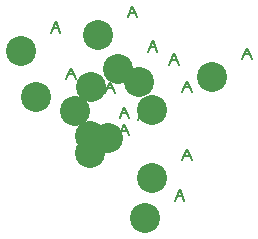
<source format=gbr>
%FSLAX23Y23*%
%MOIN*%
G04 EasyPC Gerber Version 16.0.6 Build 3249 *
%ADD12C,0.00500*%
%ADD87C,0.10000*%
X0Y0D02*
D02*
D12*
X140Y854D02*
X155Y892D01*
X171Y854*
X146Y870D02*
X165D01*
X191Y701D02*
X207Y738D01*
X222Y701*
X197Y716D02*
X216D01*
X321Y654D02*
X336Y691D01*
X352Y654*
X327Y669D02*
X346D01*
X368Y512D02*
X384Y549D01*
X399Y512*
X374Y527D02*
X393D01*
X368Y571D02*
X384Y608D01*
X399Y571*
X374Y586D02*
X393D01*
X372Y732D02*
X388Y770D01*
X403Y732*
X378Y748D02*
X397D01*
X396Y906D02*
X411Y943D01*
X427Y906*
X402Y921D02*
X421D01*
X431Y563D02*
X447Y600D01*
X462Y563*
X437Y579D02*
X456D01*
X463Y791D02*
X478Y829D01*
X494Y791*
X469Y807D02*
X488D01*
X533Y748D02*
X549Y786D01*
X565Y748*
X540Y764D02*
X558D01*
X553Y295D02*
X569Y333D01*
X584Y295*
X559Y311D02*
X578D01*
X577Y429D02*
X592Y467D01*
X608Y429*
X583Y445D02*
X602D01*
X577Y657D02*
X592Y695D01*
X608Y657*
X583Y673D02*
X602D01*
X777Y768D02*
X792Y805D01*
X808Y768*
X783Y783D02*
X802D01*
D02*
D87*
X40Y795D03*
X91Y641D03*
X221Y594D03*
X268Y452D03*
Y511D03*
X272Y673D03*
X296Y846D03*
X331Y504D03*
X363Y732D03*
X433Y689D03*
X453Y236D03*
X477Y370D03*
Y598D03*
X677Y708D03*
X0Y0D02*
M02*

</source>
